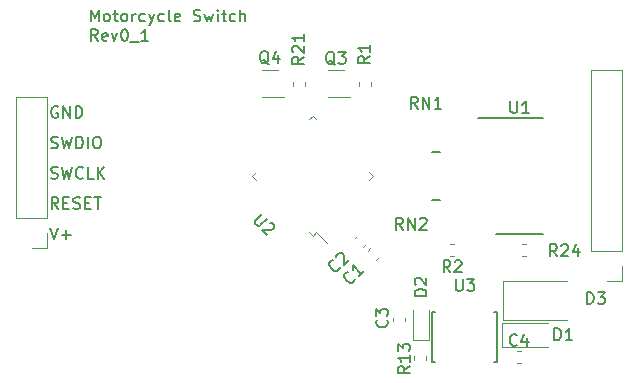
<source format=gbr>
G04 #@! TF.GenerationSoftware,KiCad,Pcbnew,(5.1.4)-1*
G04 #@! TF.CreationDate,2020-02-27T11:32:08-05:00*
G04 #@! TF.ProjectId,MotorcycleSwitch,4d6f746f-7263-4796-936c-655377697463,rev?*
G04 #@! TF.SameCoordinates,Original*
G04 #@! TF.FileFunction,Legend,Top*
G04 #@! TF.FilePolarity,Positive*
%FSLAX46Y46*%
G04 Gerber Fmt 4.6, Leading zero omitted, Abs format (unit mm)*
G04 Created by KiCad (PCBNEW (5.1.4)-1) date 2020-02-27 11:32:08*
%MOMM*%
%LPD*%
G04 APERTURE LIST*
%ADD10C,0.150000*%
%ADD11C,0.120000*%
%ADD12C,0.152400*%
G04 APERTURE END LIST*
D10*
X126909523Y-95350000D02*
X126814285Y-95302380D01*
X126671428Y-95302380D01*
X126528570Y-95350000D01*
X126433332Y-95445238D01*
X126385713Y-95540476D01*
X126338094Y-95730952D01*
X126338094Y-95873809D01*
X126385713Y-96064285D01*
X126433332Y-96159523D01*
X126528570Y-96254761D01*
X126671428Y-96302380D01*
X126766666Y-96302380D01*
X126909523Y-96254761D01*
X126957142Y-96207142D01*
X126957142Y-95873809D01*
X126766666Y-95873809D01*
X127385713Y-96302380D02*
X127385713Y-95302380D01*
X127957142Y-96302380D01*
X127957142Y-95302380D01*
X128433332Y-96302380D02*
X128433332Y-95302380D01*
X128671428Y-95302380D01*
X128814285Y-95350000D01*
X128909523Y-95445238D01*
X128957142Y-95540476D01*
X129004761Y-95730952D01*
X129004761Y-95873809D01*
X128957142Y-96064285D01*
X128909523Y-96159523D01*
X128814285Y-96254761D01*
X128671428Y-96302380D01*
X128433332Y-96302380D01*
X126242857Y-105577380D02*
X126576190Y-106577380D01*
X126909523Y-105577380D01*
X127242857Y-106196428D02*
X128004761Y-106196428D01*
X127623809Y-106577380D02*
X127623809Y-105815476D01*
X126957143Y-104008630D02*
X126623809Y-103532440D01*
X126385714Y-104008630D02*
X126385714Y-103008630D01*
X126766666Y-103008630D01*
X126861904Y-103056250D01*
X126909524Y-103103869D01*
X126957143Y-103199107D01*
X126957143Y-103341964D01*
X126909524Y-103437202D01*
X126861904Y-103484821D01*
X126766666Y-103532440D01*
X126385714Y-103532440D01*
X127385714Y-103484821D02*
X127719047Y-103484821D01*
X127861904Y-104008630D02*
X127385714Y-104008630D01*
X127385714Y-103008630D01*
X127861904Y-103008630D01*
X128242857Y-103961011D02*
X128385714Y-104008630D01*
X128623809Y-104008630D01*
X128719047Y-103961011D01*
X128766666Y-103913392D01*
X128814285Y-103818154D01*
X128814285Y-103722916D01*
X128766666Y-103627678D01*
X128719047Y-103580059D01*
X128623809Y-103532440D01*
X128433333Y-103484821D01*
X128338095Y-103437202D01*
X128290476Y-103389583D01*
X128242857Y-103294345D01*
X128242857Y-103199107D01*
X128290476Y-103103869D01*
X128338095Y-103056250D01*
X128433333Y-103008630D01*
X128671428Y-103008630D01*
X128814285Y-103056250D01*
X129242857Y-103484821D02*
X129576190Y-103484821D01*
X129719047Y-104008630D02*
X129242857Y-104008630D01*
X129242857Y-103008630D01*
X129719047Y-103008630D01*
X130004762Y-103008630D02*
X130576190Y-103008630D01*
X130290476Y-104008630D02*
X130290476Y-103008630D01*
X126338095Y-101392261D02*
X126480952Y-101439880D01*
X126719047Y-101439880D01*
X126814285Y-101392261D01*
X126861904Y-101344642D01*
X126909523Y-101249404D01*
X126909523Y-101154166D01*
X126861904Y-101058928D01*
X126814285Y-101011309D01*
X126719047Y-100963690D01*
X126528571Y-100916071D01*
X126433333Y-100868452D01*
X126385714Y-100820833D01*
X126338095Y-100725595D01*
X126338095Y-100630357D01*
X126385714Y-100535119D01*
X126433333Y-100487500D01*
X126528571Y-100439880D01*
X126766666Y-100439880D01*
X126909523Y-100487500D01*
X127242857Y-100439880D02*
X127480952Y-101439880D01*
X127671428Y-100725595D01*
X127861904Y-101439880D01*
X128100000Y-100439880D01*
X129052380Y-101344642D02*
X129004761Y-101392261D01*
X128861904Y-101439880D01*
X128766666Y-101439880D01*
X128623809Y-101392261D01*
X128528571Y-101297023D01*
X128480952Y-101201785D01*
X128433333Y-101011309D01*
X128433333Y-100868452D01*
X128480952Y-100677976D01*
X128528571Y-100582738D01*
X128623809Y-100487500D01*
X128766666Y-100439880D01*
X128861904Y-100439880D01*
X129004761Y-100487500D01*
X129052380Y-100535119D01*
X129957142Y-101439880D02*
X129480952Y-101439880D01*
X129480952Y-100439880D01*
X130290476Y-101439880D02*
X130290476Y-100439880D01*
X130861904Y-101439880D02*
X130433333Y-100868452D01*
X130861904Y-100439880D02*
X130290476Y-101011309D01*
X126338095Y-98823511D02*
X126480952Y-98871130D01*
X126719047Y-98871130D01*
X126814285Y-98823511D01*
X126861904Y-98775892D01*
X126909523Y-98680654D01*
X126909523Y-98585416D01*
X126861904Y-98490178D01*
X126814285Y-98442559D01*
X126719047Y-98394940D01*
X126528571Y-98347321D01*
X126433333Y-98299702D01*
X126385714Y-98252083D01*
X126338095Y-98156845D01*
X126338095Y-98061607D01*
X126385714Y-97966369D01*
X126433333Y-97918750D01*
X126528571Y-97871130D01*
X126766666Y-97871130D01*
X126909523Y-97918750D01*
X127242857Y-97871130D02*
X127480952Y-98871130D01*
X127671428Y-98156845D01*
X127861904Y-98871130D01*
X128100000Y-97871130D01*
X128480952Y-98871130D02*
X128480952Y-97871130D01*
X128719047Y-97871130D01*
X128861904Y-97918750D01*
X128957143Y-98013988D01*
X129004762Y-98109226D01*
X129052381Y-98299702D01*
X129052381Y-98442559D01*
X129004762Y-98633035D01*
X128957143Y-98728273D01*
X128861904Y-98823511D01*
X128719047Y-98871130D01*
X128480952Y-98871130D01*
X129480952Y-98871130D02*
X129480952Y-97871130D01*
X130147619Y-97871130D02*
X130338095Y-97871130D01*
X130433333Y-97918750D01*
X130528571Y-98013988D01*
X130576190Y-98204464D01*
X130576190Y-98537797D01*
X130528571Y-98728273D01*
X130433333Y-98823511D01*
X130338095Y-98871130D01*
X130147619Y-98871130D01*
X130052381Y-98823511D01*
X129957143Y-98728273D01*
X129909523Y-98537797D01*
X129909523Y-98204464D01*
X129957143Y-98013988D01*
X130052381Y-97918750D01*
X130147619Y-97871130D01*
X129710595Y-88127380D02*
X129710595Y-87127380D01*
X130043928Y-87841666D01*
X130377261Y-87127380D01*
X130377261Y-88127380D01*
X130996309Y-88127380D02*
X130901071Y-88079761D01*
X130853452Y-88032142D01*
X130805833Y-87936904D01*
X130805833Y-87651190D01*
X130853452Y-87555952D01*
X130901071Y-87508333D01*
X130996309Y-87460714D01*
X131139166Y-87460714D01*
X131234404Y-87508333D01*
X131282023Y-87555952D01*
X131329642Y-87651190D01*
X131329642Y-87936904D01*
X131282023Y-88032142D01*
X131234404Y-88079761D01*
X131139166Y-88127380D01*
X130996309Y-88127380D01*
X131615357Y-87460714D02*
X131996309Y-87460714D01*
X131758214Y-87127380D02*
X131758214Y-87984523D01*
X131805833Y-88079761D01*
X131901071Y-88127380D01*
X131996309Y-88127380D01*
X132472500Y-88127380D02*
X132377261Y-88079761D01*
X132329642Y-88032142D01*
X132282023Y-87936904D01*
X132282023Y-87651190D01*
X132329642Y-87555952D01*
X132377261Y-87508333D01*
X132472500Y-87460714D01*
X132615357Y-87460714D01*
X132710595Y-87508333D01*
X132758214Y-87555952D01*
X132805833Y-87651190D01*
X132805833Y-87936904D01*
X132758214Y-88032142D01*
X132710595Y-88079761D01*
X132615357Y-88127380D01*
X132472500Y-88127380D01*
X133234404Y-88127380D02*
X133234404Y-87460714D01*
X133234404Y-87651190D02*
X133282023Y-87555952D01*
X133329642Y-87508333D01*
X133424880Y-87460714D01*
X133520119Y-87460714D01*
X134282023Y-88079761D02*
X134186785Y-88127380D01*
X133996309Y-88127380D01*
X133901071Y-88079761D01*
X133853452Y-88032142D01*
X133805833Y-87936904D01*
X133805833Y-87651190D01*
X133853452Y-87555952D01*
X133901071Y-87508333D01*
X133996309Y-87460714D01*
X134186785Y-87460714D01*
X134282023Y-87508333D01*
X134615357Y-87460714D02*
X134853452Y-88127380D01*
X135091547Y-87460714D02*
X134853452Y-88127380D01*
X134758214Y-88365476D01*
X134710595Y-88413095D01*
X134615357Y-88460714D01*
X135901071Y-88079761D02*
X135805833Y-88127380D01*
X135615357Y-88127380D01*
X135520119Y-88079761D01*
X135472500Y-88032142D01*
X135424880Y-87936904D01*
X135424880Y-87651190D01*
X135472500Y-87555952D01*
X135520119Y-87508333D01*
X135615357Y-87460714D01*
X135805833Y-87460714D01*
X135901071Y-87508333D01*
X136472500Y-88127380D02*
X136377261Y-88079761D01*
X136329642Y-87984523D01*
X136329642Y-87127380D01*
X137234404Y-88079761D02*
X137139166Y-88127380D01*
X136948690Y-88127380D01*
X136853452Y-88079761D01*
X136805833Y-87984523D01*
X136805833Y-87603571D01*
X136853452Y-87508333D01*
X136948690Y-87460714D01*
X137139166Y-87460714D01*
X137234404Y-87508333D01*
X137282023Y-87603571D01*
X137282023Y-87698809D01*
X136805833Y-87794047D01*
X138424880Y-88079761D02*
X138567738Y-88127380D01*
X138805833Y-88127380D01*
X138901071Y-88079761D01*
X138948690Y-88032142D01*
X138996309Y-87936904D01*
X138996309Y-87841666D01*
X138948690Y-87746428D01*
X138901071Y-87698809D01*
X138805833Y-87651190D01*
X138615357Y-87603571D01*
X138520119Y-87555952D01*
X138472500Y-87508333D01*
X138424880Y-87413095D01*
X138424880Y-87317857D01*
X138472500Y-87222619D01*
X138520119Y-87175000D01*
X138615357Y-87127380D01*
X138853452Y-87127380D01*
X138996309Y-87175000D01*
X139329642Y-87460714D02*
X139520119Y-88127380D01*
X139710595Y-87651190D01*
X139901071Y-88127380D01*
X140091547Y-87460714D01*
X140472500Y-88127380D02*
X140472500Y-87460714D01*
X140472500Y-87127380D02*
X140424880Y-87175000D01*
X140472500Y-87222619D01*
X140520119Y-87175000D01*
X140472500Y-87127380D01*
X140472500Y-87222619D01*
X140805833Y-87460714D02*
X141186785Y-87460714D01*
X140948690Y-87127380D02*
X140948690Y-87984523D01*
X140996309Y-88079761D01*
X141091547Y-88127380D01*
X141186785Y-88127380D01*
X141948690Y-88079761D02*
X141853452Y-88127380D01*
X141662976Y-88127380D01*
X141567738Y-88079761D01*
X141520119Y-88032142D01*
X141472500Y-87936904D01*
X141472500Y-87651190D01*
X141520119Y-87555952D01*
X141567738Y-87508333D01*
X141662976Y-87460714D01*
X141853452Y-87460714D01*
X141948690Y-87508333D01*
X142377261Y-88127380D02*
X142377261Y-87127380D01*
X142805833Y-88127380D02*
X142805833Y-87603571D01*
X142758214Y-87508333D01*
X142662976Y-87460714D01*
X142520119Y-87460714D01*
X142424880Y-87508333D01*
X142377261Y-87555952D01*
X130282023Y-89777380D02*
X129948690Y-89301190D01*
X129710595Y-89777380D02*
X129710595Y-88777380D01*
X130091547Y-88777380D01*
X130186785Y-88825000D01*
X130234404Y-88872619D01*
X130282023Y-88967857D01*
X130282023Y-89110714D01*
X130234404Y-89205952D01*
X130186785Y-89253571D01*
X130091547Y-89301190D01*
X129710595Y-89301190D01*
X131091547Y-89729761D02*
X130996309Y-89777380D01*
X130805833Y-89777380D01*
X130710595Y-89729761D01*
X130662976Y-89634523D01*
X130662976Y-89253571D01*
X130710595Y-89158333D01*
X130805833Y-89110714D01*
X130996309Y-89110714D01*
X131091547Y-89158333D01*
X131139166Y-89253571D01*
X131139166Y-89348809D01*
X130662976Y-89444047D01*
X131472500Y-89110714D02*
X131710595Y-89777380D01*
X131948690Y-89110714D01*
X132520119Y-88777380D02*
X132615357Y-88777380D01*
X132710595Y-88825000D01*
X132758214Y-88872619D01*
X132805833Y-88967857D01*
X132853452Y-89158333D01*
X132853452Y-89396428D01*
X132805833Y-89586904D01*
X132758214Y-89682142D01*
X132710595Y-89729761D01*
X132615357Y-89777380D01*
X132520119Y-89777380D01*
X132424880Y-89729761D01*
X132377261Y-89682142D01*
X132329642Y-89586904D01*
X132282023Y-89396428D01*
X132282023Y-89158333D01*
X132329642Y-88967857D01*
X132377261Y-88872619D01*
X132424880Y-88825000D01*
X132520119Y-88777380D01*
X133043928Y-89872619D02*
X133805833Y-89872619D01*
X134567738Y-89777380D02*
X133996309Y-89777380D01*
X134282023Y-89777380D02*
X134282023Y-88777380D01*
X134186785Y-88920238D01*
X134091547Y-89015476D01*
X133996309Y-89063095D01*
D11*
X166562779Y-106990000D02*
X166237221Y-106990000D01*
X166562779Y-108010000D02*
X166237221Y-108010000D01*
D12*
X164024999Y-106100000D02*
X168025001Y-106100000D01*
X162524999Y-96300000D02*
X168025001Y-96300000D01*
D11*
X164650000Y-110100000D02*
X170050000Y-110100000D01*
X164650000Y-113400000D02*
X170050000Y-113400000D01*
X164650000Y-110100000D02*
X164650000Y-113400000D01*
X146790000Y-93237221D02*
X146790000Y-93562779D01*
X147810000Y-93237221D02*
X147810000Y-93562779D01*
X157110000Y-116487221D02*
X157110000Y-116812779D01*
X158130000Y-116487221D02*
X158130000Y-116812779D01*
X152390000Y-93274721D02*
X152390000Y-93600279D01*
X153410000Y-93274721D02*
X153410000Y-93600279D01*
X151175000Y-92240000D02*
X149775000Y-92240000D01*
X149775000Y-94560000D02*
X151675000Y-94560000D01*
X126030000Y-107330000D02*
X124700000Y-107330000D01*
X126030000Y-106000000D02*
X126030000Y-107330000D01*
X126030000Y-104730000D02*
X123370000Y-104730000D01*
X123370000Y-104730000D02*
X123370000Y-94510000D01*
X126030000Y-104730000D02*
X126030000Y-94510000D01*
X126030000Y-94510000D02*
X123370000Y-94510000D01*
X164550000Y-113675000D02*
X168450000Y-113675000D01*
X164550000Y-115675000D02*
X168450000Y-115675000D01*
X164550000Y-113675000D02*
X164550000Y-115675000D01*
X165787221Y-117085000D02*
X166112779Y-117085000D01*
X165787221Y-116065000D02*
X166112779Y-116065000D01*
X155290000Y-113197221D02*
X155290000Y-113522779D01*
X156310000Y-113197221D02*
X156310000Y-113522779D01*
X152287478Y-106257273D02*
X152057273Y-106487478D01*
X153008727Y-106978522D02*
X152778522Y-107208727D01*
X153387478Y-107332273D02*
X153157273Y-107562478D01*
X154108727Y-108053522D02*
X153878522Y-108283727D01*
X145575000Y-92240000D02*
X144175000Y-92240000D01*
X144175000Y-94560000D02*
X146075000Y-94560000D01*
D12*
X163849040Y-116932800D02*
X164125900Y-116932800D01*
X158890960Y-112767200D02*
X158614100Y-112767200D01*
X164125900Y-112767200D02*
X163849040Y-112767200D01*
X164125900Y-116932800D02*
X164125900Y-112767200D01*
X158614100Y-116932800D02*
X158890960Y-116932800D01*
X158614100Y-112767200D02*
X158614100Y-116932800D01*
D11*
X148818198Y-105987113D02*
X149730366Y-106899281D01*
X148500000Y-106305311D02*
X148818198Y-105987113D01*
X148181802Y-105987113D02*
X148500000Y-106305311D01*
X143394689Y-101200000D02*
X143712887Y-100881802D01*
X143712887Y-101518198D02*
X143394689Y-101200000D01*
X153605311Y-101200000D02*
X153287113Y-101518198D01*
X153287113Y-100881802D02*
X153605311Y-101200000D01*
X148500000Y-96094689D02*
X148181802Y-96412887D01*
X148818198Y-96412887D02*
X148500000Y-96094689D01*
X160496267Y-106965000D02*
X160153733Y-106965000D01*
X160496267Y-107985000D02*
X160153733Y-107985000D01*
X174705000Y-110130000D02*
X173375000Y-110130000D01*
X174705000Y-108800000D02*
X174705000Y-110130000D01*
X174705000Y-107530000D02*
X172045000Y-107530000D01*
X172045000Y-107530000D02*
X172045000Y-92230000D01*
X174705000Y-107530000D02*
X174705000Y-92230000D01*
X174705000Y-92230000D02*
X172045000Y-92230000D01*
D12*
X158557292Y-103232000D02*
X159242707Y-103232000D01*
X159242708Y-99168000D02*
X158557293Y-99168000D01*
D11*
X158325000Y-115075000D02*
X158325000Y-112590000D01*
X156955000Y-115075000D02*
X158325000Y-115075000D01*
X156955000Y-112590000D02*
X156955000Y-115075000D01*
D10*
X169182142Y-108002380D02*
X168848809Y-107526190D01*
X168610714Y-108002380D02*
X168610714Y-107002380D01*
X168991666Y-107002380D01*
X169086904Y-107050000D01*
X169134523Y-107097619D01*
X169182142Y-107192857D01*
X169182142Y-107335714D01*
X169134523Y-107430952D01*
X169086904Y-107478571D01*
X168991666Y-107526190D01*
X168610714Y-107526190D01*
X169563095Y-107097619D02*
X169610714Y-107050000D01*
X169705952Y-107002380D01*
X169944047Y-107002380D01*
X170039285Y-107050000D01*
X170086904Y-107097619D01*
X170134523Y-107192857D01*
X170134523Y-107288095D01*
X170086904Y-107430952D01*
X169515476Y-108002380D01*
X170134523Y-108002380D01*
X170991666Y-107335714D02*
X170991666Y-108002380D01*
X170753571Y-106954761D02*
X170515476Y-107669047D01*
X171134523Y-107669047D01*
X165238095Y-94877380D02*
X165238095Y-95686904D01*
X165285714Y-95782142D01*
X165333333Y-95829761D01*
X165428571Y-95877380D01*
X165619047Y-95877380D01*
X165714285Y-95829761D01*
X165761904Y-95782142D01*
X165809523Y-95686904D01*
X165809523Y-94877380D01*
X166809523Y-95877380D02*
X166238095Y-95877380D01*
X166523809Y-95877380D02*
X166523809Y-94877380D01*
X166428571Y-95020238D01*
X166333333Y-95115476D01*
X166238095Y-95163095D01*
X171711904Y-112052380D02*
X171711904Y-111052380D01*
X171950000Y-111052380D01*
X172092857Y-111100000D01*
X172188095Y-111195238D01*
X172235714Y-111290476D01*
X172283333Y-111480952D01*
X172283333Y-111623809D01*
X172235714Y-111814285D01*
X172188095Y-111909523D01*
X172092857Y-112004761D01*
X171950000Y-112052380D01*
X171711904Y-112052380D01*
X172616666Y-111052380D02*
X173235714Y-111052380D01*
X172902380Y-111433333D01*
X173045238Y-111433333D01*
X173140476Y-111480952D01*
X173188095Y-111528571D01*
X173235714Y-111623809D01*
X173235714Y-111861904D01*
X173188095Y-111957142D01*
X173140476Y-112004761D01*
X173045238Y-112052380D01*
X172759523Y-112052380D01*
X172664285Y-112004761D01*
X172616666Y-111957142D01*
X147752380Y-91117857D02*
X147276190Y-91451190D01*
X147752380Y-91689285D02*
X146752380Y-91689285D01*
X146752380Y-91308333D01*
X146800000Y-91213095D01*
X146847619Y-91165476D01*
X146942857Y-91117857D01*
X147085714Y-91117857D01*
X147180952Y-91165476D01*
X147228571Y-91213095D01*
X147276190Y-91308333D01*
X147276190Y-91689285D01*
X146847619Y-90736904D02*
X146800000Y-90689285D01*
X146752380Y-90594047D01*
X146752380Y-90355952D01*
X146800000Y-90260714D01*
X146847619Y-90213095D01*
X146942857Y-90165476D01*
X147038095Y-90165476D01*
X147180952Y-90213095D01*
X147752380Y-90784523D01*
X147752380Y-90165476D01*
X147752380Y-89213095D02*
X147752380Y-89784523D01*
X147752380Y-89498809D02*
X146752380Y-89498809D01*
X146895238Y-89594047D01*
X146990476Y-89689285D01*
X147038095Y-89784523D01*
X156727380Y-117317857D02*
X156251190Y-117651190D01*
X156727380Y-117889285D02*
X155727380Y-117889285D01*
X155727380Y-117508333D01*
X155775000Y-117413095D01*
X155822619Y-117365476D01*
X155917857Y-117317857D01*
X156060714Y-117317857D01*
X156155952Y-117365476D01*
X156203571Y-117413095D01*
X156251190Y-117508333D01*
X156251190Y-117889285D01*
X156727380Y-116365476D02*
X156727380Y-116936904D01*
X156727380Y-116651190D02*
X155727380Y-116651190D01*
X155870238Y-116746428D01*
X155965476Y-116841666D01*
X156013095Y-116936904D01*
X155727380Y-116032142D02*
X155727380Y-115413095D01*
X156108333Y-115746428D01*
X156108333Y-115603571D01*
X156155952Y-115508333D01*
X156203571Y-115460714D01*
X156298809Y-115413095D01*
X156536904Y-115413095D01*
X156632142Y-115460714D01*
X156679761Y-115508333D01*
X156727380Y-115603571D01*
X156727380Y-115889285D01*
X156679761Y-115984523D01*
X156632142Y-116032142D01*
X153352380Y-91066666D02*
X152876190Y-91400000D01*
X153352380Y-91638095D02*
X152352380Y-91638095D01*
X152352380Y-91257142D01*
X152400000Y-91161904D01*
X152447619Y-91114285D01*
X152542857Y-91066666D01*
X152685714Y-91066666D01*
X152780952Y-91114285D01*
X152828571Y-91161904D01*
X152876190Y-91257142D01*
X152876190Y-91638095D01*
X153352380Y-90114285D02*
X153352380Y-90685714D01*
X153352380Y-90400000D02*
X152352380Y-90400000D01*
X152495238Y-90495238D01*
X152590476Y-90590476D01*
X152638095Y-90685714D01*
X150379761Y-91797619D02*
X150284523Y-91750000D01*
X150189285Y-91654761D01*
X150046428Y-91511904D01*
X149951190Y-91464285D01*
X149855952Y-91464285D01*
X149903571Y-91702380D02*
X149808333Y-91654761D01*
X149713095Y-91559523D01*
X149665476Y-91369047D01*
X149665476Y-91035714D01*
X149713095Y-90845238D01*
X149808333Y-90750000D01*
X149903571Y-90702380D01*
X150094047Y-90702380D01*
X150189285Y-90750000D01*
X150284523Y-90845238D01*
X150332142Y-91035714D01*
X150332142Y-91369047D01*
X150284523Y-91559523D01*
X150189285Y-91654761D01*
X150094047Y-91702380D01*
X149903571Y-91702380D01*
X150665476Y-90702380D02*
X151284523Y-90702380D01*
X150951190Y-91083333D01*
X151094047Y-91083333D01*
X151189285Y-91130952D01*
X151236904Y-91178571D01*
X151284523Y-91273809D01*
X151284523Y-91511904D01*
X151236904Y-91607142D01*
X151189285Y-91654761D01*
X151094047Y-91702380D01*
X150808333Y-91702380D01*
X150713095Y-91654761D01*
X150665476Y-91607142D01*
X168961904Y-115102380D02*
X168961904Y-114102380D01*
X169200000Y-114102380D01*
X169342857Y-114150000D01*
X169438095Y-114245238D01*
X169485714Y-114340476D01*
X169533333Y-114530952D01*
X169533333Y-114673809D01*
X169485714Y-114864285D01*
X169438095Y-114959523D01*
X169342857Y-115054761D01*
X169200000Y-115102380D01*
X168961904Y-115102380D01*
X170485714Y-115102380D02*
X169914285Y-115102380D01*
X170200000Y-115102380D02*
X170200000Y-114102380D01*
X170104761Y-114245238D01*
X170009523Y-114340476D01*
X169914285Y-114388095D01*
X165783333Y-115502142D02*
X165735714Y-115549761D01*
X165592857Y-115597380D01*
X165497619Y-115597380D01*
X165354761Y-115549761D01*
X165259523Y-115454523D01*
X165211904Y-115359285D01*
X165164285Y-115168809D01*
X165164285Y-115025952D01*
X165211904Y-114835476D01*
X165259523Y-114740238D01*
X165354761Y-114645000D01*
X165497619Y-114597380D01*
X165592857Y-114597380D01*
X165735714Y-114645000D01*
X165783333Y-114692619D01*
X166640476Y-114930714D02*
X166640476Y-115597380D01*
X166402380Y-114549761D02*
X166164285Y-115264047D01*
X166783333Y-115264047D01*
X154757142Y-113391666D02*
X154804761Y-113439285D01*
X154852380Y-113582142D01*
X154852380Y-113677380D01*
X154804761Y-113820238D01*
X154709523Y-113915476D01*
X154614285Y-113963095D01*
X154423809Y-114010714D01*
X154280952Y-114010714D01*
X154090476Y-113963095D01*
X153995238Y-113915476D01*
X153900000Y-113820238D01*
X153852380Y-113677380D01*
X153852380Y-113582142D01*
X153900000Y-113439285D01*
X153947619Y-113391666D01*
X153852380Y-113058333D02*
X153852380Y-112439285D01*
X154233333Y-112772619D01*
X154233333Y-112629761D01*
X154280952Y-112534523D01*
X154328571Y-112486904D01*
X154423809Y-112439285D01*
X154661904Y-112439285D01*
X154757142Y-112486904D01*
X154804761Y-112534523D01*
X154852380Y-112629761D01*
X154852380Y-112915476D01*
X154804761Y-113010714D01*
X154757142Y-113058333D01*
X150809687Y-108920389D02*
X150809687Y-108987732D01*
X150742343Y-109122419D01*
X150675000Y-109189763D01*
X150540312Y-109257106D01*
X150405625Y-109257106D01*
X150304610Y-109223435D01*
X150136251Y-109122419D01*
X150035236Y-109021404D01*
X149934221Y-108853045D01*
X149900549Y-108752030D01*
X149900549Y-108617343D01*
X149967893Y-108482656D01*
X150035236Y-108415312D01*
X150169923Y-108347969D01*
X150237267Y-108347969D01*
X150506641Y-108078595D02*
X150506641Y-108011251D01*
X150540312Y-107910236D01*
X150708671Y-107741877D01*
X150809687Y-107708206D01*
X150877030Y-107708206D01*
X150978045Y-107741877D01*
X151045389Y-107809221D01*
X151112732Y-107943908D01*
X151112732Y-108752030D01*
X151550465Y-108314297D01*
X152084687Y-109895389D02*
X152084687Y-109962732D01*
X152017343Y-110097419D01*
X151950000Y-110164763D01*
X151815312Y-110232106D01*
X151680625Y-110232106D01*
X151579610Y-110198435D01*
X151411251Y-110097419D01*
X151310236Y-109996404D01*
X151209221Y-109828045D01*
X151175549Y-109727030D01*
X151175549Y-109592343D01*
X151242893Y-109457656D01*
X151310236Y-109390312D01*
X151444923Y-109322969D01*
X151512267Y-109322969D01*
X152825465Y-109289297D02*
X152421404Y-109693358D01*
X152623435Y-109491328D02*
X151916328Y-108784221D01*
X151950000Y-108952580D01*
X151950000Y-109087267D01*
X151916328Y-109188282D01*
X144779761Y-91747619D02*
X144684523Y-91700000D01*
X144589285Y-91604761D01*
X144446428Y-91461904D01*
X144351190Y-91414285D01*
X144255952Y-91414285D01*
X144303571Y-91652380D02*
X144208333Y-91604761D01*
X144113095Y-91509523D01*
X144065476Y-91319047D01*
X144065476Y-90985714D01*
X144113095Y-90795238D01*
X144208333Y-90700000D01*
X144303571Y-90652380D01*
X144494047Y-90652380D01*
X144589285Y-90700000D01*
X144684523Y-90795238D01*
X144732142Y-90985714D01*
X144732142Y-91319047D01*
X144684523Y-91509523D01*
X144589285Y-91604761D01*
X144494047Y-91652380D01*
X144303571Y-91652380D01*
X145589285Y-90985714D02*
X145589285Y-91652380D01*
X145351190Y-90604761D02*
X145113095Y-91319047D01*
X145732142Y-91319047D01*
X160613095Y-109927380D02*
X160613095Y-110736904D01*
X160660714Y-110832142D01*
X160708333Y-110879761D01*
X160803571Y-110927380D01*
X160994047Y-110927380D01*
X161089285Y-110879761D01*
X161136904Y-110832142D01*
X161184523Y-110736904D01*
X161184523Y-109927380D01*
X161565476Y-109927380D02*
X162184523Y-109927380D01*
X161851190Y-110308333D01*
X161994047Y-110308333D01*
X162089285Y-110355952D01*
X162136904Y-110403571D01*
X162184523Y-110498809D01*
X162184523Y-110736904D01*
X162136904Y-110832142D01*
X162089285Y-110879761D01*
X161994047Y-110927380D01*
X161708333Y-110927380D01*
X161613095Y-110879761D01*
X161565476Y-110832142D01*
X144211902Y-104410601D02*
X143639482Y-104983021D01*
X143605810Y-105084036D01*
X143605810Y-105151380D01*
X143639482Y-105252395D01*
X143774169Y-105387082D01*
X143875184Y-105420754D01*
X143942528Y-105420754D01*
X144043543Y-105387082D01*
X144615963Y-104814662D01*
X144851665Y-105185052D02*
X144919008Y-105185052D01*
X145020024Y-105218723D01*
X145188382Y-105387082D01*
X145222054Y-105488097D01*
X145222054Y-105555441D01*
X145188382Y-105656456D01*
X145121039Y-105723800D01*
X144986352Y-105791143D01*
X144178230Y-105791143D01*
X144615963Y-106228876D01*
X156134523Y-105752380D02*
X155801190Y-105276190D01*
X155563095Y-105752380D02*
X155563095Y-104752380D01*
X155944047Y-104752380D01*
X156039285Y-104800000D01*
X156086904Y-104847619D01*
X156134523Y-104942857D01*
X156134523Y-105085714D01*
X156086904Y-105180952D01*
X156039285Y-105228571D01*
X155944047Y-105276190D01*
X155563095Y-105276190D01*
X156563095Y-105752380D02*
X156563095Y-104752380D01*
X157134523Y-105752380D01*
X157134523Y-104752380D01*
X157563095Y-104847619D02*
X157610714Y-104800000D01*
X157705952Y-104752380D01*
X157944047Y-104752380D01*
X158039285Y-104800000D01*
X158086904Y-104847619D01*
X158134523Y-104942857D01*
X158134523Y-105038095D01*
X158086904Y-105180952D01*
X157515476Y-105752380D01*
X158134523Y-105752380D01*
X157384523Y-95502380D02*
X157051190Y-95026190D01*
X156813095Y-95502380D02*
X156813095Y-94502380D01*
X157194047Y-94502380D01*
X157289285Y-94550000D01*
X157336904Y-94597619D01*
X157384523Y-94692857D01*
X157384523Y-94835714D01*
X157336904Y-94930952D01*
X157289285Y-94978571D01*
X157194047Y-95026190D01*
X156813095Y-95026190D01*
X157813095Y-95502380D02*
X157813095Y-94502380D01*
X158384523Y-95502380D01*
X158384523Y-94502380D01*
X159384523Y-95502380D02*
X158813095Y-95502380D01*
X159098809Y-95502380D02*
X159098809Y-94502380D01*
X159003571Y-94645238D01*
X158908333Y-94740476D01*
X158813095Y-94788095D01*
X160158333Y-109357380D02*
X159825000Y-108881190D01*
X159586904Y-109357380D02*
X159586904Y-108357380D01*
X159967857Y-108357380D01*
X160063095Y-108405000D01*
X160110714Y-108452619D01*
X160158333Y-108547857D01*
X160158333Y-108690714D01*
X160110714Y-108785952D01*
X160063095Y-108833571D01*
X159967857Y-108881190D01*
X159586904Y-108881190D01*
X160539285Y-108452619D02*
X160586904Y-108405000D01*
X160682142Y-108357380D01*
X160920238Y-108357380D01*
X161015476Y-108405000D01*
X161063095Y-108452619D01*
X161110714Y-108547857D01*
X161110714Y-108643095D01*
X161063095Y-108785952D01*
X160491666Y-109357380D01*
X161110714Y-109357380D01*
X158127380Y-111363095D02*
X157127380Y-111363095D01*
X157127380Y-111125000D01*
X157175000Y-110982142D01*
X157270238Y-110886904D01*
X157365476Y-110839285D01*
X157555952Y-110791666D01*
X157698809Y-110791666D01*
X157889285Y-110839285D01*
X157984523Y-110886904D01*
X158079761Y-110982142D01*
X158127380Y-111125000D01*
X158127380Y-111363095D01*
X157222619Y-110410714D02*
X157175000Y-110363095D01*
X157127380Y-110267857D01*
X157127380Y-110029761D01*
X157175000Y-109934523D01*
X157222619Y-109886904D01*
X157317857Y-109839285D01*
X157413095Y-109839285D01*
X157555952Y-109886904D01*
X158127380Y-110458333D01*
X158127380Y-109839285D01*
M02*

</source>
